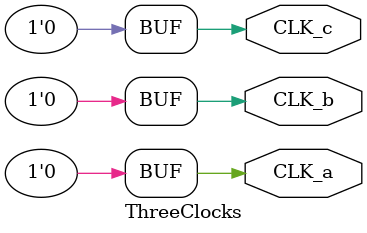
<source format=v>
module ThreeClocks(CLK_a, CLK_b, CLK_c);

   output CLK_a;
   output CLK_b;
   output CLK_c;

   wire CLK_a = 0;
   wire CLK_b = 0;
   wire CLK_c = 0;
   
endmodule // ThreeClocks

</source>
